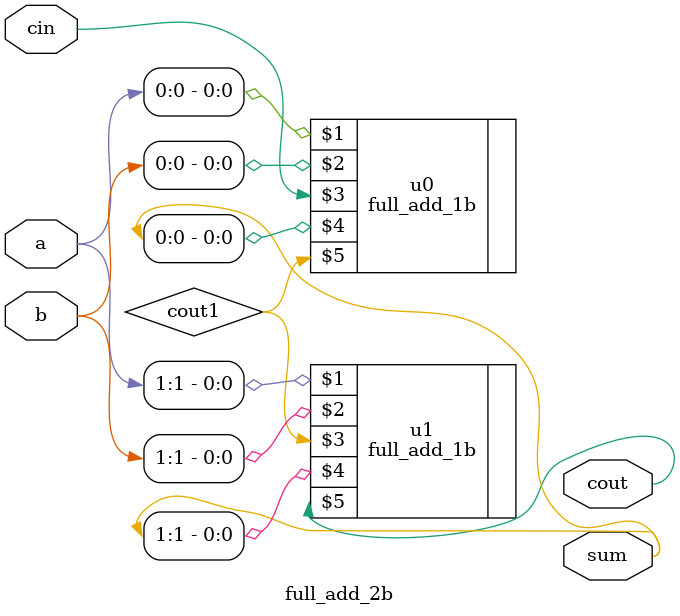
<source format=v>
`timescale 1ns / 1ps


module full_add_2b(a,b,cin,sum,cout);
    input [1:0] a, b;
    input cin;
    output [1:0] sum;
    output cout;

    wire cout1;
    full_add_1b u0(a[0], b[0], cin, sum[0], cout1);
    full_add_1b u1(a[1], b[1], cout1, sum[1], cout);
endmodule
</source>
